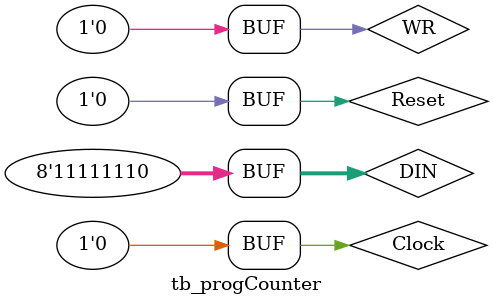
<source format=sv>
module tb_progCounter();

logic       Clock;
logic       Reset;
logic[7:0]  DIN;     //overwrite next address on WR
logic       WR;   
logic[7:0]  Address;

programCounter DUT(.Clock, .Reset, .DIN, .WR, .Address);


always begin
    Clock = 1; #5;
    Clock = 0; #5;
end

initial begin
    //let it run a few cycles
    #30;

    //test that we can write the address to mid and that it counts
    DIN = 8'b0000_1110;
    WR = 1; #10;
    WR = 0; #50;

    //test reset to 0
    Reset = 1; #10;
    Reset = 0; #10;

    //test the wrap
    //should incremement 1 then reset to 0
    DIN = 8'b1111_1110;
    WR = 1; #10;
    WR = 0; #50;

end

endmodule

</source>
